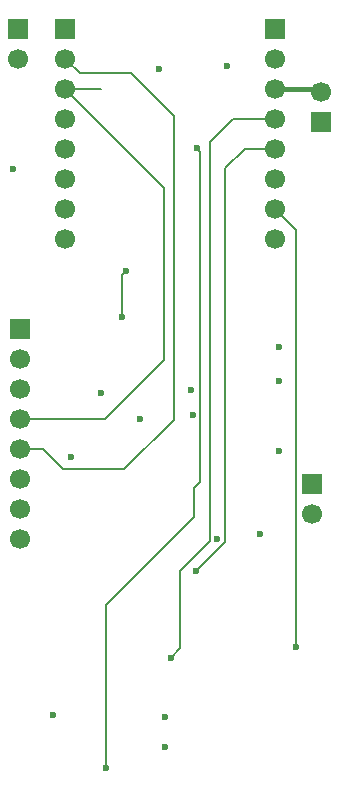
<source format=gbr>
%TF.GenerationSoftware,KiCad,Pcbnew,9.0.4*%
%TF.CreationDate,2025-09-14T15:21:27+10:00*%
%TF.ProjectId,opensenceesp32,6f70656e-7365-46e6-9365-65737033322e,rev?*%
%TF.SameCoordinates,Original*%
%TF.FileFunction,Copper,L4,Bot*%
%TF.FilePolarity,Positive*%
%FSLAX46Y46*%
G04 Gerber Fmt 4.6, Leading zero omitted, Abs format (unit mm)*
G04 Created by KiCad (PCBNEW 9.0.4) date 2025-09-14 15:21:27*
%MOMM*%
%LPD*%
G01*
G04 APERTURE LIST*
%TA.AperFunction,ComponentPad*%
%ADD10C,1.700000*%
%TD*%
%TA.AperFunction,ComponentPad*%
%ADD11R,1.700000X1.700000*%
%TD*%
%TA.AperFunction,ViaPad*%
%ADD12C,0.600000*%
%TD*%
%TA.AperFunction,Conductor*%
%ADD13C,0.200000*%
%TD*%
%TA.AperFunction,Conductor*%
%ADD14C,0.400000*%
%TD*%
G04 APERTURE END LIST*
D10*
%TO.P,U4,0,GPIO0*%
%TO.N,unconnected-(U4-GPIO0-Pad0)*%
X239420400Y-81889600D03*
%TO.P,U4,1,GPIO1*%
%TO.N,/GPS_RESET*%
X239420400Y-79349600D03*
%TO.P,U4,2,GPIO2*%
%TO.N,unconnected-(U4-GPIO2-Pad2)*%
X239420400Y-76809600D03*
%TO.P,U4,3,GPIO21*%
%TO.N,/GPS_RX*%
X239420400Y-74269600D03*
%TO.P,U4,4,GPIO20*%
%TO.N,/GPS_TX*%
X239420400Y-71729600D03*
%TO.P,U4,5,3.3v*%
%TO.N,Net-(SW2-B)*%
X239420400Y-69189600D03*
%TO.P,U4,6,GND*%
%TO.N,GND*%
X239420400Y-66649600D03*
D11*
%TO.P,U4,7,5v*%
%TO.N,unconnected-(U4-5v-Pad7)*%
X239420400Y-64109600D03*
%TO.P,U4,8,GPIO10*%
%TO.N,Net-(U4-GPIO10)*%
X221640400Y-64109600D03*
D10*
%TO.P,U4,9,GPIO9*%
%TO.N,/SCL*%
X221640400Y-66649600D03*
%TO.P,U4,10,GPIO8*%
%TO.N,/SDA*%
X221640400Y-69189600D03*
%TO.P,U4,11,GPIO7*%
%TO.N,/1PPS*%
X221640400Y-71729600D03*
%TO.P,U4,12,GPIO6*%
%TO.N,unconnected-(U4-GPIO6-Pad12)*%
X221640400Y-74269600D03*
%TO.P,U4,13,GPIO5*%
%TO.N,unconnected-(U4-GPIO5-Pad13)*%
X221640400Y-76809600D03*
%TO.P,U4,14,GPIO4*%
%TO.N,/GPIO_GY86_ON*%
X221640400Y-79349600D03*
%TO.P,U4,15,GPIO3*%
%TO.N,/GPIO_GPS_ON*%
X221640400Y-81889600D03*
%TD*%
D11*
%TO.P,J2,1,Pin_1*%
%TO.N,VCC*%
X242570000Y-102616000D03*
D10*
%TO.P,J2,2,Pin_2*%
%TO.N,GND*%
X242570000Y-105156000D03*
%TD*%
D11*
%TO.P,SW1,1,1*%
%TO.N,Net-(U4-GPIO10)*%
X217652000Y-64084200D03*
D10*
%TO.P,SW1,2,2*%
%TO.N,Net-(R8-Pad2)*%
X217652000Y-66624200D03*
%TD*%
D11*
%TO.P,J1,1,Pin_1*%
%TO.N,unconnected-(J1-Pin_1-Pad1)*%
X217805000Y-89535000D03*
D10*
%TO.P,J1,2,Pin_2*%
%TO.N,unconnected-(J1-Pin_2-Pad2)*%
X217805000Y-92075000D03*
%TO.P,J1,3,Pin_3*%
%TO.N,unconnected-(J1-Pin_3-Pad3)*%
X217805000Y-94615000D03*
%TO.P,J1,4,Pin_4*%
%TO.N,/SDA*%
X217805000Y-97155000D03*
%TO.P,J1,5,Pin_5*%
%TO.N,/SCL*%
X217805000Y-99695000D03*
%TO.P,J1,6,Pin_6*%
%TO.N,/GY_87_GND_SW*%
X217805000Y-102235000D03*
%TO.P,J1,7,Pin_7*%
%TO.N,+3.3V*%
X217805000Y-104775000D03*
%TO.P,J1,8,Pin_8*%
%TO.N,unconnected-(J1-Pin_8-Pad8)*%
X217805000Y-107315000D03*
%TD*%
D11*
%TO.P,SW2,1,A*%
%TO.N,+3.3V*%
X243256200Y-72014400D03*
D10*
%TO.P,SW2,2,B*%
%TO.N,Net-(SW2-B)*%
X243256200Y-69474400D03*
%TD*%
D12*
%TO.N,Net-(Q1-G)*%
X226441000Y-88519000D03*
X226822000Y-84582000D03*
%TO.N,/1PPS*%
X232765600Y-74218800D03*
X225094800Y-126644400D03*
%TO.N,/GPS_RESET*%
X241198400Y-116433600D03*
%TO.N,+3.3V*%
X239776000Y-91033600D03*
%TO.N,/GPS_TX*%
X230581200Y-117348000D03*
%TO.N,/GPS_RX*%
X232714800Y-110032800D03*
%TO.N,+3.3V*%
X217220800Y-75946000D03*
%TO.N,GND*%
X235305600Y-67208400D03*
%TO.N,+3.3V*%
X229565200Y-67513200D03*
%TO.N,GND*%
X224637600Y-94945200D03*
X222148400Y-100380800D03*
%TO.N,+3.3V*%
X227939600Y-97129600D03*
X232257600Y-94640400D03*
%TO.N,GND*%
X232460800Y-96824800D03*
X234492800Y-107289600D03*
X238099600Y-106832400D03*
X239725200Y-99872800D03*
X239776000Y-93929200D03*
%TO.N,+3.3V*%
X230124000Y-122326400D03*
X230073200Y-124917200D03*
%TO.N,GND*%
X220573600Y-122224800D03*
%TD*%
D13*
%TO.N,/GPS_TX*%
X233883200Y-73660000D02*
X235839000Y-71704200D01*
X233883200Y-107492800D02*
X233883200Y-73660000D01*
X231394000Y-109982000D02*
X233883200Y-107492800D01*
X235839000Y-71704200D02*
X239420400Y-71704200D01*
X231394000Y-116535200D02*
X231394000Y-109982000D01*
X230581200Y-117348000D02*
X231394000Y-116535200D01*
%TO.N,/SDA*%
X230034200Y-92164800D02*
X230034200Y-77583400D01*
X225044000Y-97155000D02*
X230034200Y-92164800D01*
X217805000Y-97155000D02*
X225044000Y-97155000D01*
X230034200Y-77583400D02*
X221640400Y-69189600D01*
%TO.N,Net-(Q1-G)*%
X226441000Y-84963000D02*
X226822000Y-84582000D01*
X226441000Y-88519000D02*
X226441000Y-84963000D01*
%TO.N,/1PPS*%
X233061800Y-74515000D02*
X232765600Y-74218800D01*
%TO.N,/SDA*%
X221640400Y-69164200D02*
X224663000Y-69164200D01*
%TO.N,/SCL*%
X222885000Y-67868800D02*
X221640400Y-66624200D01*
X227228400Y-67868800D02*
X222885000Y-67868800D01*
X230835200Y-71475600D02*
X227228400Y-67868800D01*
X230835200Y-97180400D02*
X230835200Y-71475600D01*
X226633800Y-101381800D02*
X230835200Y-97180400D01*
X221422200Y-101381800D02*
X226633800Y-101381800D01*
X219735400Y-99695000D02*
X221422200Y-101381800D01*
X217805000Y-99695000D02*
X219735400Y-99695000D01*
%TO.N,/1PPS*%
X233061800Y-102421400D02*
X233061800Y-74515000D01*
X232511600Y-102971600D02*
X233061800Y-102421400D01*
X232511600Y-105460800D02*
X232511600Y-102971600D01*
X225094800Y-112877600D02*
X232511600Y-105460800D01*
X225094800Y-126644400D02*
X225094800Y-112877600D01*
%TO.N,/GPS_RESET*%
X241198400Y-116433600D02*
X241198400Y-81102200D01*
X241198400Y-81102200D02*
X239420400Y-79324200D01*
%TO.N,/GPS_RX*%
X236855000Y-74244200D02*
X239420400Y-74244200D01*
X235204000Y-75895200D02*
X236855000Y-74244200D01*
X235204000Y-107543600D02*
X235204000Y-75895200D01*
X232714800Y-110032800D02*
X235204000Y-107543600D01*
D14*
%TO.N,Net-(SW2-B)*%
X242946000Y-69164200D02*
X243256200Y-69474400D01*
X239420400Y-69164200D02*
X242946000Y-69164200D01*
%TD*%
M02*

</source>
